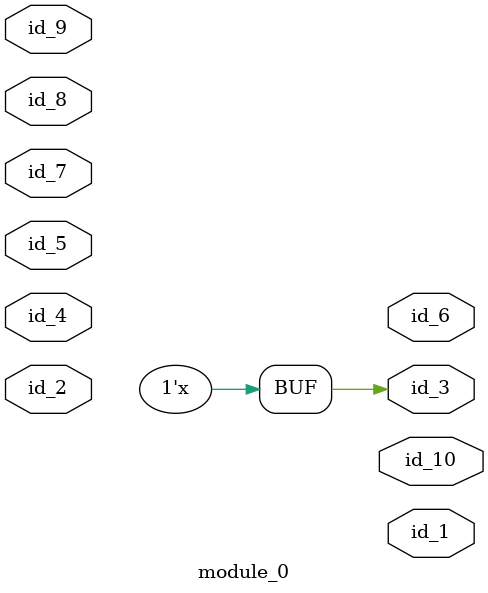
<source format=v>
`default_nettype wire
module module_0 (
    id_1,
    id_2,
    id_3,
    id_4,
    id_5,
    id_6,
    id_7,
    id_8,
    id_9,
    id_10
);
  output id_10;
  inout id_9;
  input id_8;
  input id_7;
  output id_6;
  inout id_5;
  input id_4;
  output id_3;
  inout id_2;
  output id_1;
  assign id_3 = id_4[1];
endmodule

</source>
